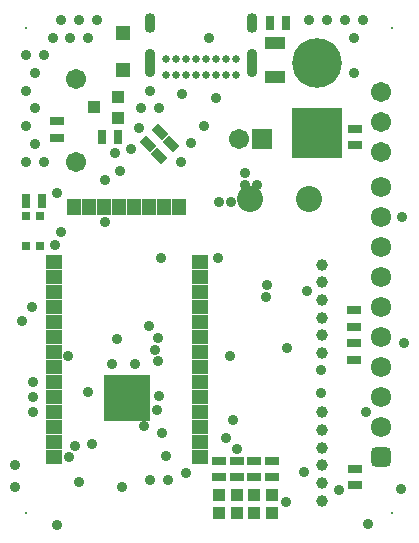
<source format=gbr>
%TF.GenerationSoftware,Altium Limited,Altium Designer,26.2.0 (7)*%
G04 Layer_Color=8388736*
%FSLAX45Y45*%
%MOMM*%
%TF.SameCoordinates,1220A514-1184-4156-BF0E-9310A74DF62C*%
%TF.FilePolarity,Negative*%
%TF.FileFunction,Soldermask,Top*%
%TF.Part,Single*%
G01*
G75*
%TA.AperFunction,SMDPad,CuDef*%
%ADD20R,1.22000X1.15000*%
%TA.AperFunction,ComponentPad*%
%ADD28C,1.00000*%
%ADD30C,0.65000*%
G04:AMPARAMS|DCode=32|XSize=0.9mm|YSize=2.4mm|CornerRadius=0.45mm|HoleSize=0mm|Usage=FLASHONLY|Rotation=180.000|XOffset=0mm|YOffset=0mm|HoleType=Round|Shape=RoundedRectangle|*
%AMROUNDEDRECTD32*
21,1,0.90000,1.50000,0,0,180.0*
21,1,0.00000,2.40000,0,0,180.0*
1,1,0.90000,0.00000,0.75000*
1,1,0.90000,0.00000,0.75000*
1,1,0.90000,0.00000,-0.75000*
1,1,0.90000,0.00000,-0.75000*
%
%ADD32ROUNDEDRECTD32*%
G04:AMPARAMS|DCode=33|XSize=0.9mm|YSize=1.7mm|CornerRadius=0.45mm|HoleSize=0mm|Usage=FLASHONLY|Rotation=180.000|XOffset=0mm|YOffset=0mm|HoleType=Round|Shape=RoundedRectangle|*
%AMROUNDEDRECTD33*
21,1,0.90000,0.80000,0,0,180.0*
21,1,0.00000,1.70000,0,0,180.0*
1,1,0.90000,0.00000,0.40000*
1,1,0.90000,0.00000,0.40000*
1,1,0.90000,0.00000,-0.40000*
1,1,0.90000,0.00000,-0.40000*
%
%ADD33ROUNDEDRECTD33*%
%TA.AperFunction,SMDPad,CuDef*%
%ADD53R,1.20320X0.80320*%
%TA.AperFunction,ConnectorPad*%
%ADD54R,1.40320X1.20320*%
%TA.AperFunction,SMDPad,CuDef*%
%ADD55R,1.00320X1.00320*%
%ADD56R,0.80320X1.20320*%
%ADD57R,1.80320X1.10320*%
%ADD58R,1.10320X1.00320*%
%TA.AperFunction,ConnectorPad*%
%ADD59R,1.20320X1.40320*%
%TA.AperFunction,SMDPad,CuDef*%
%ADD60R,4.00320X4.00320*%
%ADD61R,0.80320X0.75320*%
G04:AMPARAMS|DCode=62|XSize=0.8032mm|YSize=1.2032mm|CornerRadius=0mm|HoleSize=0mm|Usage=FLASHONLY|Rotation=225.000|XOffset=0mm|YOffset=0mm|HoleType=Round|Shape=Rectangle|*
%AMROTATEDRECTD62*
4,1,4,-0.14142,0.70937,0.70937,-0.14142,0.14142,-0.70937,-0.70937,0.14142,-0.14142,0.70937,0.0*
%
%ADD62ROTATEDRECTD62*%

%TA.AperFunction,ComponentPad*%
%ADD63C,1.70320*%
%ADD64C,4.20320*%
%ADD65R,4.20320X4.20320*%
%ADD66C,2.20320*%
%ADD67R,1.70320X1.70320*%
G04:AMPARAMS|DCode=68|XSize=1.7232mm|YSize=1.7232mm|CornerRadius=0.4816mm|HoleSize=0mm|Usage=FLASHONLY|Rotation=90.000|XOffset=0mm|YOffset=0mm|HoleType=Round|Shape=RoundedRectangle|*
%AMROUNDEDRECTD68*
21,1,1.72320,0.76000,0,0,90.0*
21,1,0.76000,1.72320,0,0,90.0*
1,1,0.96320,0.38000,0.38000*
1,1,0.96320,0.38000,-0.38000*
1,1,0.96320,-0.38000,-0.38000*
1,1,0.96320,-0.38000,0.38000*
%
%ADD68ROUNDEDRECTD68*%
%ADD69C,1.72320*%
%TA.AperFunction,WasherPad*%
%ADD70R,0.20320X0.20320*%
%TA.AperFunction,ViaPad*%
%ADD71C,0.90320*%
D20*
X10722500Y10975000D02*
D03*
Y11285000D02*
D03*
D28*
X12402500Y8077500D02*
D03*
Y7927500D02*
D03*
Y7777500D02*
D03*
Y7327500D02*
D03*
Y7627500D02*
D03*
Y7477500D02*
D03*
Y9327501D02*
D03*
Y9177501D02*
D03*
Y9027501D02*
D03*
Y8577500D02*
D03*
Y8877500D02*
D03*
Y8727500D02*
D03*
D30*
X11680000Y10935000D02*
D03*
X11085000D02*
D03*
Y11070000D02*
D03*
X11680000D02*
D03*
X11595000D02*
D03*
X11510000D02*
D03*
X11425000D02*
D03*
X11340000D02*
D03*
X11255000D02*
D03*
X11170000D02*
D03*
Y10935000D02*
D03*
X11255000D02*
D03*
X11340000D02*
D03*
X11425000D02*
D03*
X11510000D02*
D03*
X11595000D02*
D03*
D32*
X10950000Y11033000D02*
D03*
X11815000D02*
D03*
D33*
X10950000Y11371000D02*
D03*
X11815000D02*
D03*
D53*
X11985000Y7667500D02*
D03*
X12680000Y8662500D02*
D03*
Y8522500D02*
D03*
X12687500Y7460000D02*
D03*
X12680000Y8942500D02*
D03*
X12685000Y10477500D02*
D03*
Y10337500D02*
D03*
X12680000Y8802500D02*
D03*
X12687500Y7600000D02*
D03*
X11685000Y7667500D02*
D03*
X10162500Y10542500D02*
D03*
Y10402500D02*
D03*
X11835000Y7527500D02*
D03*
Y7667500D02*
D03*
X11985000Y7527500D02*
D03*
X11535000D02*
D03*
Y7667500D02*
D03*
X11685000Y7527500D02*
D03*
D54*
X11372500Y8208100D02*
D03*
Y8589100D02*
D03*
Y8335100D02*
D03*
Y8716100D02*
D03*
Y8462100D02*
D03*
Y8081100D02*
D03*
Y9351100D02*
D03*
Y7954100D02*
D03*
Y8843100D02*
D03*
Y8970100D02*
D03*
Y9097100D02*
D03*
Y9224100D02*
D03*
Y7827100D02*
D03*
Y7700100D02*
D03*
X10138500Y7827100D02*
D03*
Y9351100D02*
D03*
Y9224100D02*
D03*
Y9097100D02*
D03*
Y7700100D02*
D03*
Y8335100D02*
D03*
Y8843100D02*
D03*
Y8716100D02*
D03*
Y8589100D02*
D03*
Y8462100D02*
D03*
Y8208100D02*
D03*
Y8081100D02*
D03*
Y7954100D02*
D03*
Y8970100D02*
D03*
D55*
X11685000Y7227500D02*
D03*
X11835000D02*
D03*
X11985000D02*
D03*
X11535000D02*
D03*
Y7377500D02*
D03*
X11985000D02*
D03*
X11835000D02*
D03*
X11685000D02*
D03*
D56*
X12105000Y11372500D02*
D03*
X10040000Y9867500D02*
D03*
X9900000D02*
D03*
X11965000Y11372500D02*
D03*
X10680000Y10407500D02*
D03*
X10540000D02*
D03*
D57*
X12007500Y10915000D02*
D03*
Y11204999D02*
D03*
D58*
X10680000Y10750000D02*
D03*
Y10570000D02*
D03*
X10480000Y10660000D02*
D03*
D59*
X10438000Y9817500D02*
D03*
X11200000D02*
D03*
X11073000D02*
D03*
X10946000D02*
D03*
X10819000D02*
D03*
X10692000D02*
D03*
X10565000D02*
D03*
X10311000D02*
D03*
D60*
X10756500Y8200100D02*
D03*
D61*
X10020000Y9485000D02*
D03*
Y9740000D02*
D03*
X9901000Y9485000D02*
D03*
Y9740000D02*
D03*
D62*
X11030503Y10250502D02*
D03*
X11129498Y10349497D02*
D03*
X10933003Y10350503D02*
D03*
X11031998Y10449498D02*
D03*
D63*
X10325000Y10200000D02*
D03*
Y10900000D02*
D03*
X12902499Y10537500D02*
D03*
Y10283500D02*
D03*
Y10791500D02*
D03*
X11700000Y10387500D02*
D03*
D64*
X12365000Y11037500D02*
D03*
D65*
Y10437500D02*
D03*
D66*
X12300000Y9882500D02*
D03*
X11800000D02*
D03*
D67*
X11900000Y10387500D02*
D03*
D68*
X12902499Y7697500D02*
D03*
D69*
Y9729500D02*
D03*
Y8713500D02*
D03*
Y8459500D02*
D03*
Y9221500D02*
D03*
Y9475500D02*
D03*
Y9983500D02*
D03*
Y8967500D02*
D03*
Y7951500D02*
D03*
Y8205500D02*
D03*
D70*
X9902500Y11327500D02*
D03*
X13002499Y7227500D02*
D03*
X9902500D02*
D03*
X13002499Y11327500D02*
D03*
D71*
X11857500Y10005000D02*
D03*
X11757500D02*
D03*
Y10105000D02*
D03*
X11535000Y9855000D02*
D03*
X11635000D02*
D03*
X11652500Y8012500D02*
D03*
X11010000Y8095000D02*
D03*
X10989226Y8603020D02*
D03*
X11027500Y8215000D02*
D03*
X11015000Y8710000D02*
D03*
X11017500Y8507500D02*
D03*
X11050000Y7900000D02*
D03*
X12400000Y8435000D02*
D03*
X11099997Y7499998D02*
D03*
X12599996Y11399997D02*
D03*
X12749996D02*
D03*
X9899997Y10799997D02*
D03*
X11624996Y8549997D02*
D03*
X10949997Y10799997D02*
D03*
X10424997Y8249997D02*
D03*
X9899997Y10199997D02*
D03*
X10874997Y10649997D02*
D03*
X10199997Y11399997D02*
D03*
X12299996D02*
D03*
X9899997Y10499997D02*
D03*
Y11099997D02*
D03*
X12674996Y11249997D02*
D03*
X10499997Y11399997D02*
D03*
X11024996Y10649997D02*
D03*
X10424997Y11249997D02*
D03*
X9974997Y10649997D02*
D03*
X10949997Y7499998D02*
D03*
X12674996Y10949997D02*
D03*
X10049997Y10199997D02*
D03*
X10124997Y11249997D02*
D03*
X10049997Y11099997D02*
D03*
X9974997Y10949997D02*
D03*
X10349997Y11399997D02*
D03*
X10199997Y9599997D02*
D03*
X10274997Y11249997D02*
D03*
X9974997Y10349997D02*
D03*
X12449996Y11399997D02*
D03*
X10570000Y10042500D02*
D03*
X10692500Y10120000D02*
D03*
X10902500Y7960000D02*
D03*
X11507500Y10735000D02*
D03*
X10160000Y9932500D02*
D03*
X10147500Y9492500D02*
D03*
X10567500Y9690000D02*
D03*
X11042500Y9382500D02*
D03*
X10940000Y8805000D02*
D03*
X10667500Y8700000D02*
D03*
X10260000Y8552500D02*
D03*
X10265000Y7695000D02*
D03*
X10345000Y7490000D02*
D03*
X10625000Y8485000D02*
D03*
X10820000D02*
D03*
X12255000Y7567500D02*
D03*
X12547500Y7415000D02*
D03*
X12780000Y8080000D02*
D03*
X12400000Y8237500D02*
D03*
X12277500Y9107500D02*
D03*
X12112500Y8620000D02*
D03*
X11932500Y9052500D02*
D03*
X11522500Y9387500D02*
D03*
X11945000Y9157500D02*
D03*
X13087500Y9732500D02*
D03*
X11447500Y11242500D02*
D03*
X11410000Y10500000D02*
D03*
X11300000Y10360000D02*
D03*
X11210000Y10192500D02*
D03*
X11225000Y10772500D02*
D03*
X10855000Y10482500D02*
D03*
X10790000Y10307500D02*
D03*
X9865000Y8850000D02*
D03*
X13097501Y8667500D02*
D03*
X13075000Y7430000D02*
D03*
X12797500Y7132500D02*
D03*
X9810000Y7445000D02*
D03*
X10165000Y7125000D02*
D03*
X10715000Y7445000D02*
D03*
X9810000Y7632500D02*
D03*
X11255000Y7565000D02*
D03*
X9962500Y8330000D02*
D03*
Y8207500D02*
D03*
X12102500Y7315000D02*
D03*
X10462500Y7805000D02*
D03*
X10317500Y7787500D02*
D03*
X11085000Y7705000D02*
D03*
X9947500Y8970000D02*
D03*
X11685000Y7770000D02*
D03*
X9962500Y8082500D02*
D03*
X10655000Y10272499D02*
D03*
X11590000Y7857500D02*
D03*
%TF.MD5,dd2ce7f1862f39cbf99e870a2d9e951b*%
M02*

</source>
